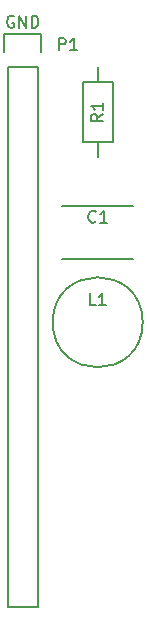
<source format=gto>
G04 #@! TF.FileFunction,Legend,Top*
%FSLAX46Y46*%
G04 Gerber Fmt 4.6, Leading zero omitted, Abs format (unit mm)*
G04 Created by KiCad (PCBNEW 4.0.4+e1-6308~48~ubuntu16.04.1-stable) date Thu Dec  1 19:27:38 2016*
%MOMM*%
%LPD*%
G01*
G04 APERTURE LIST*
%ADD10C,0.100000*%
%ADD11C,0.150000*%
G04 APERTURE END LIST*
D10*
D11*
X96520000Y-86360000D02*
G75*
G03X96520000Y-86360000I-3810000J0D01*
G01*
X89670000Y-76490000D02*
X95670000Y-76490000D01*
X95670000Y-80990000D02*
X89670000Y-80990000D01*
X85090000Y-64770000D02*
X85090000Y-110490000D01*
X85090000Y-110490000D02*
X87630000Y-110490000D01*
X87630000Y-110490000D02*
X87630000Y-64770000D01*
X84810000Y-61950000D02*
X84810000Y-63500000D01*
X85090000Y-64770000D02*
X87630000Y-64770000D01*
X87910000Y-63500000D02*
X87910000Y-61950000D01*
X87910000Y-61950000D02*
X84810000Y-61950000D01*
X91440000Y-71120000D02*
X91440000Y-66040000D01*
X91440000Y-66040000D02*
X93980000Y-66040000D01*
X93980000Y-66040000D02*
X93980000Y-71120000D01*
X93980000Y-71120000D02*
X91440000Y-71120000D01*
X92710000Y-71120000D02*
X92710000Y-72390000D01*
X92710000Y-66040000D02*
X92710000Y-64770000D01*
X92543334Y-84907381D02*
X92067143Y-84907381D01*
X92067143Y-83907381D01*
X93400477Y-84907381D02*
X92829048Y-84907381D01*
X93114762Y-84907381D02*
X93114762Y-83907381D01*
X93019524Y-84050238D01*
X92924286Y-84145476D01*
X92829048Y-84193095D01*
X92543334Y-77827143D02*
X92495715Y-77874762D01*
X92352858Y-77922381D01*
X92257620Y-77922381D01*
X92114762Y-77874762D01*
X92019524Y-77779524D01*
X91971905Y-77684286D01*
X91924286Y-77493810D01*
X91924286Y-77350952D01*
X91971905Y-77160476D01*
X92019524Y-77065238D01*
X92114762Y-76970000D01*
X92257620Y-76922381D01*
X92352858Y-76922381D01*
X92495715Y-76970000D01*
X92543334Y-77017619D01*
X93495715Y-77922381D02*
X92924286Y-77922381D01*
X93210000Y-77922381D02*
X93210000Y-76922381D01*
X93114762Y-77065238D01*
X93019524Y-77160476D01*
X92924286Y-77208095D01*
X89431905Y-63317381D02*
X89431905Y-62317381D01*
X89812858Y-62317381D01*
X89908096Y-62365000D01*
X89955715Y-62412619D01*
X90003334Y-62507857D01*
X90003334Y-62650714D01*
X89955715Y-62745952D01*
X89908096Y-62793571D01*
X89812858Y-62841190D01*
X89431905Y-62841190D01*
X90955715Y-63317381D02*
X90384286Y-63317381D01*
X90670000Y-63317381D02*
X90670000Y-62317381D01*
X90574762Y-62460238D01*
X90479524Y-62555476D01*
X90384286Y-62603095D01*
X85598096Y-60460000D02*
X85502858Y-60412381D01*
X85360001Y-60412381D01*
X85217143Y-60460000D01*
X85121905Y-60555238D01*
X85074286Y-60650476D01*
X85026667Y-60840952D01*
X85026667Y-60983810D01*
X85074286Y-61174286D01*
X85121905Y-61269524D01*
X85217143Y-61364762D01*
X85360001Y-61412381D01*
X85455239Y-61412381D01*
X85598096Y-61364762D01*
X85645715Y-61317143D01*
X85645715Y-60983810D01*
X85455239Y-60983810D01*
X86074286Y-61412381D02*
X86074286Y-60412381D01*
X86645715Y-61412381D01*
X86645715Y-60412381D01*
X87121905Y-61412381D02*
X87121905Y-60412381D01*
X87360000Y-60412381D01*
X87502858Y-60460000D01*
X87598096Y-60555238D01*
X87645715Y-60650476D01*
X87693334Y-60840952D01*
X87693334Y-60983810D01*
X87645715Y-61174286D01*
X87598096Y-61269524D01*
X87502858Y-61364762D01*
X87360000Y-61412381D01*
X87121905Y-61412381D01*
X93162381Y-68746666D02*
X92686190Y-69080000D01*
X93162381Y-69318095D02*
X92162381Y-69318095D01*
X92162381Y-68937142D01*
X92210000Y-68841904D01*
X92257619Y-68794285D01*
X92352857Y-68746666D01*
X92495714Y-68746666D01*
X92590952Y-68794285D01*
X92638571Y-68841904D01*
X92686190Y-68937142D01*
X92686190Y-69318095D01*
X93162381Y-67794285D02*
X93162381Y-68365714D01*
X93162381Y-68080000D02*
X92162381Y-68080000D01*
X92305238Y-68175238D01*
X92400476Y-68270476D01*
X92448095Y-68365714D01*
M02*

</source>
